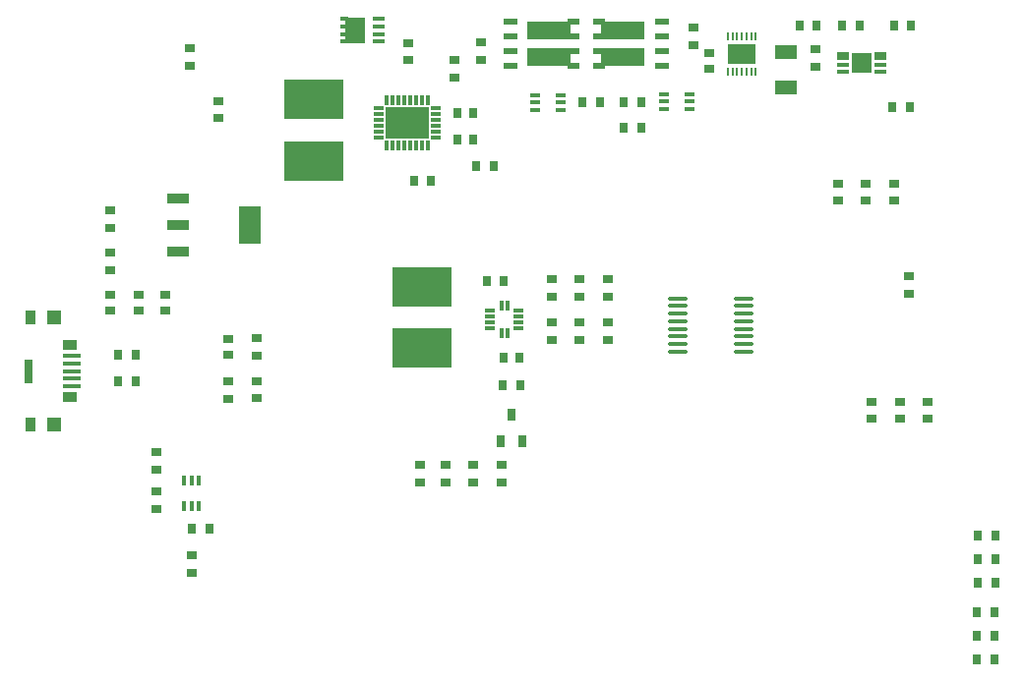
<source format=gtp>
G04*
G04 #@! TF.GenerationSoftware,Altium Limited,Altium Designer,19.1.8 (144)*
G04*
G04 Layer_Color=8421504*
%FSLAX25Y25*%
%MOIN*%
G70*
G01*
G75*
%ADD19R,0.01181X0.03347*%
%ADD20R,0.03347X0.01181*%
%ADD21R,0.14567X0.10630*%
%ADD22R,0.06791X0.08799*%
%ADD23R,0.02992X0.01595*%
%ADD24R,0.03898X0.01595*%
%ADD25R,0.03543X0.02756*%
%ADD26R,0.03543X0.03150*%
%ADD27R,0.02756X0.03543*%
%ADD28R,0.03150X0.03543*%
%ADD29R,0.20079X0.13780*%
%ADD30R,0.03543X0.05118*%
%ADD31R,0.05118X0.05118*%
%ADD32R,0.02756X0.07874*%
%ADD33R,0.04724X0.03543*%
%ADD34R,0.05906X0.01575*%
%ADD35R,0.07284X0.04921*%
%ADD36R,0.02559X0.04134*%
%ADD37R,0.00787X0.02953*%
%ADD38R,0.15000X0.06496*%
%ADD39R,0.04016X0.02402*%
%ADD40R,0.05000X0.02402*%
%ADD41R,0.03740X0.01575*%
%ADD42O,0.06693X0.01378*%
%ADD43R,0.09449X0.07087*%
%ADD44R,0.07087X0.07087*%
%ADD45R,0.03937X0.02953*%
%ADD46R,0.03937X0.01575*%
%ADD47R,0.01575X0.03740*%
%ADD48R,0.07284X0.03543*%
%ADD49R,0.07284X0.12598*%
D19*
X224265Y322402D02*
D03*
X226233D02*
D03*
X228202D02*
D03*
X230170D02*
D03*
X232139D02*
D03*
X234107D02*
D03*
X236076D02*
D03*
X238044D02*
D03*
Y337756D02*
D03*
X236076D02*
D03*
X234107D02*
D03*
X232139D02*
D03*
X230170D02*
D03*
X228202D02*
D03*
X226233D02*
D03*
X224265D02*
D03*
X263016Y268224D02*
D03*
X264984D02*
D03*
Y258776D02*
D03*
X263016D02*
D03*
D20*
X240800Y325157D02*
D03*
Y327126D02*
D03*
Y329095D02*
D03*
Y331063D02*
D03*
Y333032D02*
D03*
Y335000D02*
D03*
X221509D02*
D03*
Y333032D02*
D03*
Y331063D02*
D03*
Y329095D02*
D03*
Y327126D02*
D03*
Y325157D02*
D03*
X268724Y266453D02*
D03*
Y264484D02*
D03*
Y262516D02*
D03*
Y260547D02*
D03*
X259276D02*
D03*
Y262516D02*
D03*
Y264484D02*
D03*
Y266453D02*
D03*
D21*
X231154Y330079D02*
D03*
D22*
X213576Y361492D02*
D03*
D23*
X209670Y357594D02*
D03*
Y360193D02*
D03*
Y362791D02*
D03*
Y365390D02*
D03*
D24*
X221422D02*
D03*
Y362791D02*
D03*
Y360193D02*
D03*
Y357594D02*
D03*
D25*
X256000Y351547D02*
D03*
Y357453D02*
D03*
X231526Y357179D02*
D03*
Y351274D02*
D03*
X247000Y351453D02*
D03*
Y345547D02*
D03*
X328000Y356547D02*
D03*
Y362453D02*
D03*
X130500Y294547D02*
D03*
Y300453D02*
D03*
X130500Y285953D02*
D03*
Y280047D02*
D03*
X369500Y354953D02*
D03*
Y349047D02*
D03*
X401000Y272047D02*
D03*
Y277953D02*
D03*
X280000Y271047D02*
D03*
Y276953D02*
D03*
X289500Y271047D02*
D03*
Y276953D02*
D03*
X299000Y271047D02*
D03*
Y276953D02*
D03*
X280000Y256547D02*
D03*
Y262453D02*
D03*
X289500Y256547D02*
D03*
Y262453D02*
D03*
X299000Y256547D02*
D03*
Y262453D02*
D03*
X180000Y251047D02*
D03*
X170500Y242453D02*
D03*
X146000Y218453D02*
D03*
Y212547D02*
D03*
X158000Y183453D02*
D03*
Y177547D02*
D03*
X146000Y204953D02*
D03*
Y199047D02*
D03*
X263000Y213953D02*
D03*
Y208047D02*
D03*
X244000Y213953D02*
D03*
Y208047D02*
D03*
X253500Y213953D02*
D03*
Y208047D02*
D03*
X235500Y213953D02*
D03*
Y208047D02*
D03*
X170500Y236547D02*
D03*
X180000Y256953D02*
D03*
X157500Y355453D02*
D03*
Y349547D02*
D03*
D26*
X333500Y348244D02*
D03*
Y353756D02*
D03*
X140000Y271756D02*
D03*
Y266244D02*
D03*
X149000Y271756D02*
D03*
Y266244D02*
D03*
X130500Y271756D02*
D03*
Y266244D02*
D03*
X167000Y337256D02*
D03*
Y331744D02*
D03*
X396000Y303744D02*
D03*
Y309256D02*
D03*
X386500Y303744D02*
D03*
Y309256D02*
D03*
X377000Y303744D02*
D03*
Y309256D02*
D03*
X407500Y235256D02*
D03*
Y229744D02*
D03*
X398000Y235256D02*
D03*
Y229744D02*
D03*
X388500Y235256D02*
D03*
Y229744D02*
D03*
X180000Y242256D02*
D03*
X170500Y251244D02*
D03*
Y256756D02*
D03*
X180000Y236744D02*
D03*
D27*
X304547Y337000D02*
D03*
X310453D02*
D03*
X263547Y241000D02*
D03*
X269453D02*
D03*
X254547Y315500D02*
D03*
X260453D02*
D03*
X138953Y242500D02*
D03*
X133047D02*
D03*
X384453Y363000D02*
D03*
X378547D02*
D03*
X395547Y335500D02*
D03*
X401453D02*
D03*
X424547Y190000D02*
D03*
X430453D02*
D03*
X424547Y182000D02*
D03*
X430453D02*
D03*
X424547Y174000D02*
D03*
X430453D02*
D03*
X429953Y164000D02*
D03*
X424047D02*
D03*
X429953Y156000D02*
D03*
X424047D02*
D03*
X429953Y148000D02*
D03*
X424047D02*
D03*
X239253Y310500D02*
D03*
X233347D02*
D03*
X310453Y328500D02*
D03*
X304547D02*
D03*
X290547Y337000D02*
D03*
X296453D02*
D03*
X158047Y192500D02*
D03*
X163953D02*
D03*
X133047Y251500D02*
D03*
X138953D02*
D03*
D28*
X263756Y276500D02*
D03*
X258244D02*
D03*
X269256Y250500D02*
D03*
X263744D02*
D03*
X248044Y333500D02*
D03*
X253556D02*
D03*
X248044Y324500D02*
D03*
X253556D02*
D03*
X396244Y363000D02*
D03*
X401756D02*
D03*
X369756Y363000D02*
D03*
X364244D02*
D03*
D29*
X199300Y337933D02*
D03*
Y317067D02*
D03*
X236000Y274433D02*
D03*
Y253567D02*
D03*
D30*
X103544Y263976D02*
D03*
Y227756D02*
D03*
D31*
X111418D02*
D03*
Y263976D02*
D03*
D32*
X102756Y245866D02*
D03*
D33*
X116733Y254724D02*
D03*
Y237008D02*
D03*
D34*
X117323Y250984D02*
D03*
Y243307D02*
D03*
Y240748D02*
D03*
Y248425D02*
D03*
Y245866D02*
D03*
D35*
X359500Y353906D02*
D03*
Y342094D02*
D03*
D36*
X262760Y221972D02*
D03*
X270240D02*
D03*
X266500Y231028D02*
D03*
D37*
X349224Y347500D02*
D03*
X347650D02*
D03*
X346075D02*
D03*
X349224Y359311D02*
D03*
X347650D02*
D03*
X346075D02*
D03*
X344500D02*
D03*
X342925D02*
D03*
X341350D02*
D03*
X339776D02*
D03*
Y347500D02*
D03*
X341350D02*
D03*
X342925D02*
D03*
X344500D02*
D03*
D38*
X279222Y361547D02*
D03*
Y352453D02*
D03*
X304272D02*
D03*
Y361547D02*
D03*
D39*
X287510Y364500D02*
D03*
Y359500D02*
D03*
Y354500D02*
D03*
Y349500D02*
D03*
X295984D02*
D03*
Y354500D02*
D03*
Y359500D02*
D03*
Y364500D02*
D03*
D40*
X265994Y349500D02*
D03*
Y354500D02*
D03*
Y359500D02*
D03*
Y364500D02*
D03*
X317500D02*
D03*
Y359500D02*
D03*
Y354500D02*
D03*
Y349500D02*
D03*
D41*
X274541Y334403D02*
D03*
Y336963D02*
D03*
Y339522D02*
D03*
X283203D02*
D03*
Y336963D02*
D03*
Y334403D02*
D03*
X326831Y339865D02*
D03*
Y337306D02*
D03*
Y334747D02*
D03*
X318169D02*
D03*
Y337306D02*
D03*
Y339865D02*
D03*
D42*
X322779Y270457D02*
D03*
Y267898D02*
D03*
Y265339D02*
D03*
Y262779D02*
D03*
Y260221D02*
D03*
Y257661D02*
D03*
Y255102D02*
D03*
Y252543D02*
D03*
X345220Y270457D02*
D03*
Y267898D02*
D03*
Y265339D02*
D03*
Y262779D02*
D03*
Y260221D02*
D03*
Y257661D02*
D03*
Y255102D02*
D03*
Y252543D02*
D03*
D43*
X344500Y353405D02*
D03*
D44*
X385000Y350500D02*
D03*
D45*
X391299Y352862D02*
D03*
X378701D02*
D03*
D46*
X391299Y349811D02*
D03*
Y347449D02*
D03*
X378701Y349811D02*
D03*
Y347449D02*
D03*
D47*
X155441Y208831D02*
D03*
X158000D02*
D03*
X160559D02*
D03*
Y200169D02*
D03*
X158000D02*
D03*
X155441D02*
D03*
D48*
X153295Y304555D02*
D03*
Y295500D02*
D03*
Y286445D02*
D03*
D49*
X177705Y295500D02*
D03*
M02*

</source>
